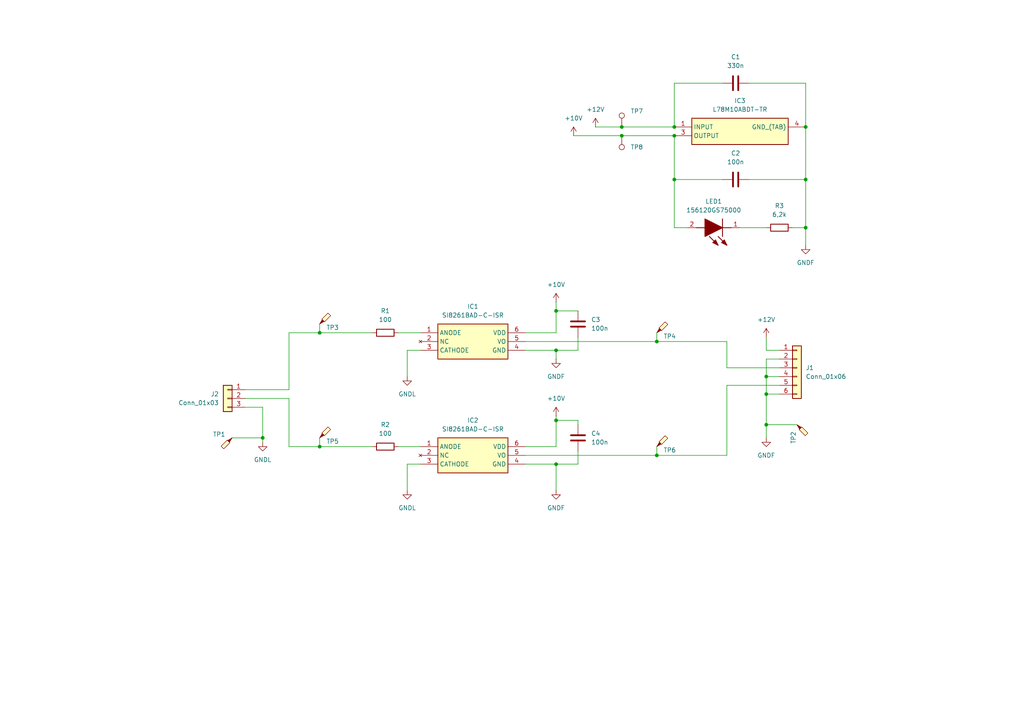
<source format=kicad_sch>
(kicad_sch (version 20231120) (generator "eeschema") (generator_version "8.0")
  (paper "A4")
  (lib_symbols
    (symbol "Connector:TestPoint" (pin_numbers hide) (pin_names (offset 0.762) hide)
      (property "Reference" "TP" (at 0 6.858 0))
      (property "Value" "TestPoint" (at 0 5.08 0))
      (symbol "TestPoint_0_1"
        (circle (center 0 3.302) (radius 0.762))
      )
      (symbol "TestPoint_1_1"
        (pin passive line (at 0 0 90) (length 2.54) (name "1") (number "1"))
      )
    )
    (symbol "Connector:TestPoint_Probe" (pin_numbers hide) (pin_names (offset 0.762) hide)
      (property "Reference" "TP" (at 1.651 5.842 0))
      (property "Value" "TestPoint_Probe" (at 1.651 4.064 0))
      (symbol "TestPoint_Probe_0_1"
        (polyline (pts (xy 1.27 0.762) (xy 0 0) (xy 0.762 1.27) (xy 1.27 0.762)) (fill (type outline)))
        (polyline (pts (xy 1.397 0.635) (xy 0.635 1.397) (xy 2.413 3.175) (xy 3.175 2.413) (xy 1.397 0.635)) (fill (type background)))
      )
      (symbol "TestPoint_Probe_1_1"
        (pin passive line (at 0 0 90) (length 0) (name "1") (number "1"))
      )
    )
    (symbol "Connector_Generic:Conn_01x03" (pin_names (offset 1.016) hide)
      (property "Reference" "J" (at 0 5.08 0))
      (property "Value" "Conn_01x03" (at 0 -5.08 0))
      (symbol "Conn_01x03_1_1"
        (rectangle (start -1.27 -2.413) (end 0 -2.667) (stroke (width 0.1524)))
        (rectangle (start -1.27 0.127) (end 0 -0.127) (stroke (width 0.1524)))
        (rectangle (start -1.27 2.667) (end 0 2.413) (stroke (width 0.1524)))
        (rectangle (start -1.27 3.81) (end 1.27 -3.81) (stroke (width 0.254)) (fill (type background)))
        (pin passive line (at -5.08 2.54 0) (length 3.81) (name "Pin_1") (number "1"))
        (pin passive line (at -5.08 0 0) (length 3.81) (name "Pin_2") (number "2"))
        (pin passive line (at -5.08 -2.54 0) (length 3.81) (name "Pin_3") (number "3"))
      )
    )
    (symbol "Connector_Generic:Conn_01x06" (pin_names (offset 1.016) hide)
      (property "Reference" "J" (at 0 7.62 0))
      (property "Value" "Conn_01x06" (at 0 -10.16 0))
      (symbol "Conn_01x06_1_1"
        (rectangle (start -1.27 -7.493) (end 0 -7.747) (stroke (width 0.1524)))
        (rectangle (start -1.27 -4.953) (end 0 -5.207) (stroke (width 0.1524)))
        (rectangle (start -1.27 -2.413) (end 0 -2.667) (stroke (width 0.1524)))
        (rectangle (start -1.27 0.127) (end 0 -0.127) (stroke (width 0.1524)))
        (rectangle (start -1.27 2.667) (end 0 2.413) (stroke (width 0.1524)))
        (rectangle (start -1.27 5.207) (end 0 4.953) (stroke (width 0.1524)))
        (rectangle (start -1.27 6.35) (end 1.27 -8.89) (stroke (width 0.254)) (fill (type background)))
        (pin passive line (at -5.08 5.08 0) (length 3.81) (name "Pin_1") (number "1"))
        (pin passive line (at -5.08 2.54 0) (length 3.81) (name "Pin_2") (number "2"))
        (pin passive line (at -5.08 0 0) (length 3.81) (name "Pin_3") (number "3"))
        (pin passive line (at -5.08 -2.54 0) (length 3.81) (name "Pin_4") (number "4"))
        (pin passive line (at -5.08 -5.08 0) (length 3.81) (name "Pin_5") (number "5"))
        (pin passive line (at -5.08 -7.62 0) (length 3.81) (name "Pin_6") (number "6"))
      )
    )
    (symbol "Device:C" (pin_numbers hide) (pin_names (offset 0.254))
      (property "Reference" "C" (at 0.635 2.54 0))
      (property "Value" "C" (at 0.635 -2.54 0))
      (symbol "C_0_1"
        (polyline (pts (xy -2.032 -0.762) (xy 2.032 -0.762)) (stroke (width 0.508)))
        (polyline (pts (xy -2.032 0.762) (xy 2.032 0.762)) (stroke (width 0.508)))
      )
      (symbol "C_1_1"
        (pin passive line (at 0 3.81 270) (length 2.794) (name "~") (number "1"))
        (pin passive line (at 0 -3.81 90) (length 2.794) (name "~") (number "2"))
      )
    )
    (symbol "Device:R" (pin_numbers hide) (pin_names (offset 0))
      (property "Reference" "R" (at 2.032 0 90))
      (property "Value" "R" (at 0 0 90))
      (symbol "R_0_1"
        (rectangle (start -1.016 -2.54) (end 1.016 2.54) (stroke (width 0.254)))
      )
      (symbol "R_1_1"
        (pin passive line (at 0 3.81 270) (length 1.27) (name "~") (number "1"))
        (pin passive line (at 0 -3.81 90) (length 1.27) (name "~") (number "2"))
      )
    )
    (symbol "SamacSys_Parts:156120GS75000" (pin_names hide)
      (property "Reference" "LED" (at 12.7 8.89 0))
      (property "Value" "156120GS75000" (at 12.7 6.35 0))
      (symbol "156120GS75000_1_1"
        (polyline (pts (xy 2.54 0) (xy 5.08 0)) (stroke (width 0.254)))
        (polyline (pts (xy 5.08 2.54) (xy 5.08 -2.54)) (stroke (width 0.254)))
        (polyline (pts (xy 6.35 2.54) (xy 3.81 5.08)) (stroke (width 0.254)))
        (polyline (pts (xy 8.89 2.54) (xy 6.35 5.08)) (stroke (width 0.254)))
        (polyline (pts (xy 10.16 0) (xy 12.7 0)) (stroke (width 0.254)))
        (polyline (pts (xy 5.08 0) (xy 10.16 2.54) (xy 10.16 -2.54) (xy 5.08 0)) (stroke (width 0.254)) (fill (type outline)))
        (polyline (pts (xy 5.334 4.318) (xy 4.572 3.556) (xy 3.81 5.08) (xy 5.334 4.318)) (stroke (width 0.254)) (fill (type outline)))
        (polyline (pts (xy 7.874 4.318) (xy 7.112 3.556) (xy 6.35 5.08) (xy 7.874 4.318)) (stroke (width 0.254)) (fill (type outline)))
        (pin passive line (at 0 0 0) (length 2.54) (name "K") (number "1"))
        (pin passive line (at 15.24 0 180) (length 2.54) (name "A") (number "2"))
      )
    )
    (symbol "SamacSys_Parts:L78M10ABDT-TR"
      (property "Reference" "IC" (at 34.29 7.62 0))
      (property "Value" "L78M10ABDT-TR" (at 34.29 5.08 0))
      (symbol "L78M10ABDT-TR_1_1"
        (rectangle (start 5.08 2.54) (end 33.02 -5.08) (stroke (width 0.254)) (fill (type background)))
        (pin output line (at 0 0 0) (length 5.08) (name "INPUT") (number "1"))
        (pin power_in line (at 0 -2.54 0) (length 5.08) (name "OUTPUT") (number "3"))
        (pin input line (at 38.1 0 180) (length 5.08) (name "GND_(TAB)") (number "4"))
      )
    )
    (symbol "SamacSys_Parts:SI8261BAD-C-ISR"
      (property "Reference" "IC" (at 26.67 7.62 0))
      (property "Value" "SI8261BAD-C-ISR" (at 26.67 5.08 0))
      (symbol "SI8261BAD-C-ISR_1_1"
        (rectangle (start 5.08 2.54) (end 25.4 -7.62) (stroke (width 0.254)) (fill (type background)))
        (pin passive line (at 0 0 0) (length 5.08) (name "ANODE") (number "1"))
        (pin no_connect line (at 0 -2.54 0) (length 5.08) (name "NC") (number "2"))
        (pin passive line (at 0 -5.08 0) (length 5.08) (name "CATHODE") (number "3"))
        (pin passive line (at 30.48 -5.08 180) (length 5.08) (name "GND") (number "4"))
        (pin passive line (at 30.48 -2.54 180) (length 5.08) (name "VO") (number "5"))
        (pin passive line (at 30.48 0 180) (length 5.08) (name "VDD") (number "6"))
      )
    )
    (symbol "power:+10V" (power) (pin_numbers hide) (pin_names (offset 0) hide)
      (property "Value" "+10V" (at 0 3.556 0))
      (symbol "+10V_0_1"
        (polyline (pts (xy -0.762 1.27) (xy 0 2.54)))
        (polyline (pts (xy 0 0) (xy 0 2.54)))
        (polyline (pts (xy 0 2.54) (xy 0.762 1.27)))
      )
      (symbol "+10V_1_1"
        (pin power_in line (at 0 0 90) (length 0) (name "~") (number "1"))
      )
    )
    (symbol "power:GND" (power) (pin_numbers hide) (pin_names (offset 0) hide)
      (property "Value" "GND" (at 0 -3.81 0))
      (symbol "GND_0_1"
        (polyline (pts (xy 0 0) (xy 0 -1.27) (xy 1.27 -1.27) (xy 0 -2.54) (xy -1.27 -1.27) (xy 0 -1.27)))
      )
      (symbol "GND_1_1"
        (pin power_in line (at 0 0 270) (length 0) (name "~") (number "1"))
      )
    )
  )
  (junction (at 180.34 36.83))
  (junction (at 195.58 39.37))
  (junction (at 195.58 52.07))
  (junction (at 222.25 123.19))
  (junction (at 76.2 127))
  (junction (at 92.71 96.52))
  (junction (at 180.34 39.37))
  (junction (at 222.25 109.22))
  (junction (at 92.71 129.54))
  (junction (at 161.29 121.92))
  (junction (at 233.68 36.83))
  (junction (at 195.58 36.83))
  (junction (at 161.29 90.17))
  (junction (at 233.68 52.07))
  (junction (at 190.5 132.08))
  (junction (at 161.29 101.6))
  (junction (at 161.29 134.62))
  (junction (at 190.5 99.06))
  (junction (at 233.68 66.04))
  (junction (at 222.25 114.3))
  (wire (pts (xy 180.34 36.83) (xy 195.58 36.83)))
  (wire (pts (xy 161.29 129.54) (xy 161.29 121.92)))
  (wire (pts (xy 199.39 66.04) (xy 195.58 66.04)))
  (wire (pts (xy 161.29 90.17) (xy 161.29 87.63)))
  (wire (pts (xy 233.68 66.04) (xy 233.68 71.12)))
  (wire (pts (xy 76.2 118.11) (xy 76.2 127)))
  (wire (pts (xy 222.25 114.3) (xy 226.06 114.3)))
  (wire (pts (xy 92.71 129.54) (xy 107.95 129.54)))
  (wire (pts (xy 190.5 99.06) (xy 210.82 99.06)))
  (wire (pts (xy 167.64 97.79) (xy 167.64 101.6)))
  (wire (pts (xy 195.58 52.07) (xy 209.55 52.07)))
  (wire (pts (xy 222.25 104.14) (xy 222.25 109.22)))
  (wire (pts (xy 71.12 113.03) (xy 83.82 113.03)))
  (wire (pts (xy 226.06 101.6) (xy 222.25 101.6)))
  (wire (pts (xy 214.63 66.04) (xy 222.25 66.04)))
  (wire (pts (xy 226.06 109.22) (xy 222.25 109.22)))
  (wire (pts (xy 92.71 93.98) (xy 92.71 96.52)))
  (wire (pts (xy 152.4 132.08) (xy 190.5 132.08)))
  (wire (pts (xy 118.11 134.62) (xy 121.92 134.62)))
  (wire (pts (xy 118.11 109.22) (xy 118.11 101.6)))
  (wire (pts (xy 115.57 96.52) (xy 121.92 96.52)))
  (wire (pts (xy 118.11 101.6) (xy 121.92 101.6)))
  (wire (pts (xy 229.87 66.04) (xy 233.68 66.04)))
  (wire (pts (xy 167.64 130.81) (xy 167.64 134.62)))
  (wire (pts (xy 161.29 142.24) (xy 161.29 134.62)))
  (wire (pts (xy 83.82 129.54) (xy 83.82 115.57)))
  (wire (pts (xy 190.5 96.52) (xy 190.5 99.06)))
  (wire (pts (xy 92.71 127) (xy 92.71 129.54)))
  (wire (pts (xy 71.12 118.11) (xy 76.2 118.11)))
  (wire (pts (xy 226.06 104.14) (xy 222.25 104.14)))
  (wire (pts (xy 161.29 104.14) (xy 161.29 101.6)))
  (wire (pts (xy 76.2 127) (xy 76.2 128.27)))
  (wire (pts (xy 222.25 123.19) (xy 222.25 114.3)))
  (wire (pts (xy 210.82 132.08) (xy 210.82 111.76)))
  (wire (pts (xy 217.17 24.13) (xy 233.68 24.13)))
  (wire (pts (xy 195.58 24.13) (xy 195.58 36.83)))
  (wire (pts (xy 233.68 24.13) (xy 233.68 36.83)))
  (wire (pts (xy 83.82 115.57) (xy 71.12 115.57)))
  (wire (pts (xy 118.11 142.24) (xy 118.11 134.62)))
  (wire (pts (xy 180.34 39.37) (xy 195.58 39.37)))
  (wire (pts (xy 167.64 134.62) (xy 161.29 134.62)))
  (wire (pts (xy 222.25 123.19) (xy 231.14 123.19)))
  (wire (pts (xy 172.72 36.83) (xy 180.34 36.83)))
  (wire (pts (xy 161.29 96.52) (xy 161.29 90.17)))
  (wire (pts (xy 222.25 101.6) (xy 222.25 97.79)))
  (wire (pts (xy 152.4 99.06) (xy 190.5 99.06)))
  (wire (pts (xy 161.29 121.92) (xy 161.29 120.65)))
  (wire (pts (xy 166.37 39.37) (xy 180.34 39.37)))
  (wire (pts (xy 210.82 106.68) (xy 226.06 106.68)))
  (wire (pts (xy 83.82 96.52) (xy 92.71 96.52)))
  (wire (pts (xy 217.17 52.07) (xy 233.68 52.07)))
  (wire (pts (xy 210.82 99.06) (xy 210.82 106.68)))
  (wire (pts (xy 190.5 129.54) (xy 190.5 132.08)))
  (wire (pts (xy 195.58 39.37) (xy 195.58 52.07)))
  (wire (pts (xy 167.64 101.6) (xy 161.29 101.6)))
  (wire (pts (xy 152.4 134.62) (xy 161.29 134.62)))
  (wire (pts (xy 161.29 90.17) (xy 167.64 90.17)))
  (wire (pts (xy 115.57 129.54) (xy 121.92 129.54)))
  (wire (pts (xy 167.64 121.92) (xy 161.29 121.92)))
  (wire (pts (xy 152.4 129.54) (xy 161.29 129.54)))
  (wire (pts (xy 83.82 129.54) (xy 92.71 129.54)))
  (wire (pts (xy 152.4 96.52) (xy 161.29 96.52)))
  (wire (pts (xy 209.55 24.13) (xy 195.58 24.13)))
  (wire (pts (xy 210.82 111.76) (xy 226.06 111.76)))
  (wire (pts (xy 222.25 109.22) (xy 222.25 114.3)))
  (wire (pts (xy 92.71 96.52) (xy 107.95 96.52)))
  (wire (pts (xy 167.64 123.19) (xy 167.64 121.92)))
  (wire (pts (xy 190.5 132.08) (xy 210.82 132.08)))
  (wire (pts (xy 161.29 101.6) (xy 152.4 101.6)))
  (wire (pts (xy 233.68 66.04) (xy 233.68 52.07)))
  (wire (pts (xy 67.31 127) (xy 76.2 127)))
  (wire (pts (xy 83.82 113.03) (xy 83.82 96.52)))
  (wire (pts (xy 195.58 66.04) (xy 195.58 52.07)))
  (wire (pts (xy 222.25 127) (xy 222.25 123.19)))
  (wire (pts (xy 233.68 52.07) (xy 233.68 36.83)))
  (symbol (lib_id "power:GND") (at 161.29 104.14 0) (unit 1)
    (property "Reference" "#PWR02" (effects (hide yes)))
    (property "Value" "GNDF" (at 161.29 109.22 0))
    (property "Description" "Power symbol creates a global label with name \"GND\" , ground" (effects (hide yes)))
  )
  (symbol (lib_id "power:GND") (at 76.2 128.27 0) (unit 1)
    (property "Reference" "#PWR012" (effects (hide yes)))
    (property "Value" "GNDL" (at 76.2 133.35 0))
    (property "Description" "Power symbol creates a global label with name \"GND\" , ground" (effects (hide yes)))
  )
  (symbol (lib_id "Connector:TestPoint_Probe") (at 92.71 93.98 0) (unit 1)
    (property "Reference" "TP3" (at 98.298 94.996 0) (effects (justify right)))
    (property "Value" "TestPoint_Probe" (effects (hide yes)))
    (property "Footprint" "TestPoint:TestPoint_Keystone_5000-5004_Miniature" (effects (hide yes)))
    (property "Description" "test point (alternative probe-style design)" (effects (hide yes)))
    (property "Manufacturer_Name" "Keystone Electronics " (effects (hide yes)))
    (property "Manufacturer_Part_Number" "5001 " (effects (hide yes)))
    (property "Mouser Part Number" "534-5001 " (effects (hide yes)))
  )
  (symbol (lib_id "power:+10V") (at 222.25 97.79 0) (unit 1)
    (property "Reference" "#PWR09" (effects (hide yes)))
    (property "Value" "+12V" (at 222.25 92.71 0))
    (property "Description" "Power symbol creates a global label with name \"+10V\"" (effects (hide yes)))
  )
  (symbol (lib_id "Connector:TestPoint_Probe") (at 67.31 127 180) (unit 1)
    (property "Reference" "TP1" (at 61.722 125.984 0) (effects (justify right)))
    (property "Value" "TestPoint_Probe" (effects (hide yes)))
    (property "Footprint" "TestPoint:TestPoint_Keystone_5000-5004_Miniature" (effects (hide yes)))
    (property "Description" "test point (alternative probe-style design)" (effects (hide yes)))
    (property "Manufacturer_Name" "Keystone Electronics " (effects (hide yes)))
    (property "Manufacturer_Part_Number" "5001 " (effects (hide yes)))
    (property "Mouser Part Number" "534-5001 " (effects (hide yes)))
  )
  (symbol (lib_id "SamacSys_Parts:L78M10ABDT-TR") (at 195.58 36.83 0) (unit 1)
    (property "Reference" "IC3" (at 214.63 29.21 0))
    (property "Value" "L78M10ABDT-TR" (at 214.63 31.75 0))
    (property "Footprint" "SamacSys_Parts:TO228P972X240-3N" (effects (hide yes)))
    (property "Datasheet" "http://www.st.com/web/en/resource/technical/document/datasheet/CD00000447.pdf" (effects (hide yes)))
    (property "Description" "Voltage Regulator 10V 0.5A DPAK STMicroelectronics L78M10ABDT-TR, Single Linear Voltage Regulator, 500mA 10 V, +/-2%, 3-Pin DPAK" (effects (hide yes)))
    (property "Height" "2.4" (effects (hide yes)))
    (property "Mouser Part Number" "511-L78M10ABDT-TR" (effects (hide yes)))
    (property "Mouser Price/Stock" "https://www.mouser.co.uk/ProductDetail/STMicroelectronics/L78M10ABDT-TR?qs=22WmWNTp1rr9tcUfF7JLAg%3D%3D" (effects (hide yes)))
    (property "Manufacturer_Name" "STMicroelectronics" (effects (hide yes)))
    (property "Manufacturer_Part_Number" "L78M10ABDT-TR" (effects (hide yes)))
  )
  (symbol (lib_id "power:+10V") (at 166.37 39.37 0) (unit 1)
    (property "Reference" "#PWR07" (effects (hide yes)))
    (property "Value" "+10V" (at 166.37 34.29 0))
    (property "Description" "Power symbol creates a global label with name \"+10V\"" (effects (hide yes)))
  )
  (symbol (lib_id "Device:R") (at 111.76 96.52 90) (unit 1)
    (property "Reference" "R1" (at 111.76 90.17 90))
    (property "Value" "100" (at 111.76 92.71 90))
    (property "Footprint" "Resistor_SMD:R_1206_3216Metric" (effects (hide yes)))
    (property "Description" "Resistor" (effects (hide yes)))
    (property "Manufacturer_Name" "YAGEO " (effects (hide yes)))
    (property "Manufacturer_Part_Number" "AC1206FR-07100RL " (effects (hide yes)))
    (property "Mouser Part Number" "603-AC1206FR-07100RL " (effects (hide yes)))
  )
  (symbol (lib_id "SamacSys_Parts:156120GS75000") (at 214.63 66.04 180) (unit 1)
    (property "Reference" "LED1" (at 207.01 58.42 0))
    (property "Value" "156120GS75000" (at 207.01 60.96 0))
    (property "Footprint" "SamacSys_Parts:156120GS75000" (effects (hide yes)))
    (property "Datasheet" "https://www.we-online.com/katalog/datasheet/156120GS75000.pdf" (effects (hide yes)))
    (property "Description" "WURTH ELEKTRONIK - 156120GS75000 - LED, Reverse Mount, Rectangular, Green, SMD, 25 mA, 3.3 V, 525 nm" (effects (hide yes)))
    (property "Height" "1.3" (effects (hide yes)))
    (property "Mouser Part Number" "710-156120GS75000" (effects (hide yes)))
    (property "Mouser Price/Stock" "https://www.mouser.co.uk/ProductDetail/Wurth-Elektronik/156120GS75000?qs=LlUlMxKIyB2C7it69rl%252BWQ%3D%3D" (effects (hide yes)))
    (property "Manufacturer_Name" "Wurth Elektronik" (effects (hide yes)))
    (property "Manufacturer_Part_Number" "156120GS75000" (effects (hide yes)))
  )
  (symbol (lib_id "Connector:TestPoint") (at 180.34 39.37 180) (unit 1)
    (property "Reference" "TP8" (at 182.88 42.6719 0) (effects (justify right)))
    (property "Value" "TestPoint" (effects (hide yes)))
    (property "Footprint" "TestPoint:TestPoint_Pad_D2.0mm" (effects (hide yes)))
    (property "Description" "test point" (effects (hide yes)))
  )
  (symbol (lib_id "Device:R") (at 226.06 66.04 90) (unit 1)
    (property "Reference" "R3" (at 226.06 59.69 90))
    (property "Value" "6,2k" (at 226.06 62.23 90))
    (property "Footprint" "Resistor_SMD:R_1206_3216Metric" (effects (hide yes)))
    (property "Description" "Resistor" (effects (hide yes)))
    (property "Manufacturer_Name" "YAGEO " (effects (hide yes)))
    (property "Manufacturer_Part_Number" "AC1206FR-076K2L " (effects (hide yes)))
    (property "Mouser Part Number" "603-AC1206FR-076K2L " (effects (hide yes)))
  )
  (symbol (lib_id "Connector_Generic:Conn_01x03") (at 66.04 115.57 0) (mirror y) (unit 1)
    (property "Reference" "J2" (at 63.5 114.2999 0) (effects (justify left)))
    (property "Value" "Conn_01x03" (at 63.5 116.8399 0) (effects (justify left)))
    (property "Footprint" "Connector_PinHeader_2.54mm:PinHeader_1x03_P2.54mm_Vertical" (effects (hide yes)))
    (property "Description" "Generic connector, single row, 01x03, script generated (kicad-library-utils/schlib/autogen/connector/)" (effects (hide yes)))
  )
  (symbol (lib_id "Device:R") (at 111.76 129.54 90) (unit 1)
    (property "Reference" "R2" (at 111.76 123.19 90))
    (property "Value" "100" (at 111.76 125.73 90))
    (property "Footprint" "Resistor_SMD:R_1206_3216Metric" (effects (hide yes)))
    (property "Description" "Resistor" (effects (hide yes)))
    (property "Manufacturer_Name" "YAGEO " (effects (hide yes)))
    (property "Manufacturer_Part_Number" "AC1206FR-07100RL " (effects (hide yes)))
    (property "Mouser Part Number" "603-AC1206FR-07100RL " (effects (hide yes)))
  )
  (symbol (lib_id "Device:C") (at 167.64 93.98 180) (unit 1)
    (property "Reference" "C3" (at 171.45 92.7099 0) (effects (justify right)))
    (property "Value" "100n" (at 171.45 95.2499 0) (effects (justify right)))
    (property "Footprint" "Capacitor_SMD:C_1206_3216Metric" (effects (hide yes)))
    (property "Description" "Unpolarized capacitor" (effects (hide yes)))
    (property "Manufacturer_Name" "Murata Electronics " (effects (hide yes)))
    (property "Manufacturer_Part_Number" "GRM3195C2A104JA01D " (effects (hide yes)))
    (property "Mouser Part Number" "81-GRM3195C2A104JA1D " (effects (hide yes)))
  )
  (symbol (lib_id "power:GND") (at 161.29 142.24 0) (unit 1)
    (property "Reference" "#PWR06" (effects (hide yes)))
    (property "Value" "GNDF" (at 161.29 147.32 0))
    (property "Description" "Power symbol creates a global label with name \"GND\" , ground" (effects (hide yes)))
  )
  (symbol (lib_id "Device:C") (at 213.36 24.13 90) (unit 1)
    (property "Reference" "C1" (at 213.36 16.51 90))
    (property "Value" "330n" (at 213.36 19.05 90))
    (property "Footprint" "Capacitor_SMD:C_1206_3216Metric" (effects (hide yes)))
    (property "Description" "Unpolarized capacitor" (effects (hide yes)))
    (property "Manufacturer_Name" "KEMET " (effects (hide yes)))
    (property "Manufacturer_Part_Number" "C1206X334J1RECAUTO " (effects (hide yes)))
    (property "Mouser Part Number" "80-C1206X334J1RECAUT " (effects (hide yes)))
  )
  (symbol (lib_id "Connector:TestPoint_Probe") (at 92.71 127 0) (unit 1)
    (property "Reference" "TP5" (at 98.298 128.016 0) (effects (justify right)))
    (property "Value" "TestPoint_Probe" (effects (hide yes)))
    (property "Footprint" "TestPoint:TestPoint_Keystone_5000-5004_Miniature" (effects (hide yes)))
    (property "Description" "test point (alternative probe-style design)" (effects (hide yes)))
    (property "Manufacturer_Name" "Keystone Electronics " (effects (hide yes)))
    (property "Manufacturer_Part_Number" "5001 " (effects (hide yes)))
    (property "Mouser Part Number" "534-5001 " (effects (hide yes)))
  )
  (symbol (lib_id "Connector:TestPoint_Probe") (at 190.5 129.54 0) (unit 1)
    (property "Reference" "TP6" (at 196.088 130.556 0) (effects (justify right)))
    (property "Value" "TestPoint_Probe" (effects (hide yes)))
    (property "Footprint" "TestPoint:TestPoint_Keystone_5000-5004_Miniature" (effects (hide yes)))
    (property "Description" "test point (alternative probe-style design)" (effects (hide yes)))
    (property "Manufacturer_Name" "Keystone Electronics " (effects (hide yes)))
    (property "Manufacturer_Part_Number" "5001 " (effects (hide yes)))
    (property "Mouser Part Number" "534-5001 " (effects (hide yes)))
  )
  (symbol (lib_id "power:GND") (at 118.11 109.22 0) (unit 1)
    (property "Reference" "#PWR03" (effects (hide yes)))
    (property "Value" "GNDL" (at 118.11 114.3 0))
    (property "Description" "Power symbol creates a global label with name \"GND\" , ground" (effects (hide yes)))
  )
  (symbol (lib_id "power:GND") (at 118.11 142.24 0) (unit 1)
    (property "Reference" "#PWR011" (effects (hide yes)))
    (property "Value" "GNDL" (at 118.11 147.32 0))
    (property "Description" "Power symbol creates a global label with name \"GND\" , ground" (effects (hide yes)))
  )
  (symbol (lib_id "Connector:TestPoint_Probe") (at 231.14 123.19 270) (unit 1)
    (property "Reference" "TP2" (at 230.124 128.778 0) (effects (justify right)))
    (property "Value" "TestPoint_Probe" (effects (hide yes)))
    (property "Footprint" "TestPoint:TestPoint_Keystone_5000-5004_Miniature" (effects (hide yes)))
    (property "Description" "test point (alternative probe-style design)" (effects (hide yes)))
    (property "Manufacturer_Name" "Keystone Electronics " (effects (hide yes)))
    (property "Manufacturer_Part_Number" "5001 " (effects (hide yes)))
    (property "Mouser Part Number" "534-5001 " (effects (hide yes)))
  )
  (symbol (lib_id "Connector:TestPoint_Probe") (at 190.5 96.52 0) (unit 1)
    (property "Reference" "TP4" (at 196.088 97.536 0) (effects (justify right)))
    (property "Value" "TestPoint_Probe" (effects (hide yes)))
    (property "Footprint" "TestPoint:TestPoint_Keystone_5000-5004_Miniature" (effects (hide yes)))
    (property "Description" "test point (alternative probe-style design)" (effects (hide yes)))
    (property "Manufacturer_Name" "Keystone Electronics " (effects (hide yes)))
    (property "Manufacturer_Part_Number" "5001 " (effects (hide yes)))
    (property "Mouser Part Number" "534-5001 " (effects (hide yes)))
  )
  (symbol (lib_id "Device:C") (at 213.36 52.07 90) (unit 1)
    (property "Reference" "C2" (at 213.36 44.45 90))
    (property "Value" "100n" (at 213.36 46.99 90))
    (property "Footprint" "Capacitor_SMD:C_1206_3216Metric" (effects (hide yes)))
    (property "Description" "Unpolarized capacitor" (effects (hide yes)))
    (property "Manufacturer_Name" "Murata Electronics " (effects (hide yes)))
    (property "Manufacturer_Part_Number" "GRM3195C2A104JA01D " (effects (hide yes)))
    (property "Mouser Part Number" "81-GRM3195C2A104JA1D " (effects (hide yes)))
  )
  (symbol (lib_id "power:+10V") (at 172.72 36.83 0) (unit 1)
    (property "Reference" "#PWR08" (effects (hide yes)))
    (property "Value" "+12V" (at 172.72 31.75 0))
    (property "Description" "Power symbol creates a global label with name \"+10V\"" (effects (hide yes)))
  )
  (symbol (lib_id "power:GND") (at 222.25 127 0) (unit 1)
    (property "Reference" "#PWR04" (effects (hide yes)))
    (property "Value" "GNDF" (at 222.25 132.08 0))
    (property "Description" "Power symbol creates a global label with name \"GND\" , ground" (effects (hide yes)))
  )
  (symbol (lib_id "SamacSys_Parts:SI8261BAD-C-ISR") (at 121.92 96.52 0) (unit 1)
    (property "Reference" "IC1" (at 137.16 88.9 0))
    (property "Value" "SI8261BAD-C-ISR" (at 137.16 91.44 0))
    (property "Footprint" "SamacSys_Parts:SOIC127P1150X265-6N" (effects (hide yes)))
    (property "Datasheet" "https://www.mouser.de/datasheet/2/472/Si826x-2507538.pdf" (effects (hide yes)))
    (property "Description" "60 ns propagation delay, independent of input drive current" (effects (hide yes)))
    (property "Height" "2.65" (effects (hide yes)))
    (property "Mouser Part Number" "634-SI8261BAD-C-ISR" (effects (hide yes)))
    (property "Mouser Price/Stock" "https://www.mouser.co.uk/ProductDetail/Skyworks-Solutions-Inc/SI8261BAD-C-ISR?qs=j6MGy4L9yX3xr%252BocfzEaNQ%3D%3D" (effects (hide yes)))
    (property "Manufacturer_Name" "Skyworks" (effects (hide yes)))
    (property "Manufacturer_Part_Number" "SI8261BAD-C-ISR" (effects (hide yes)))
  )
  (symbol (lib_id "Device:C") (at 167.64 127 180) (unit 1)
    (property "Reference" "C4" (at 171.45 125.7299 0) (effects (justify right)))
    (property "Value" "100n" (at 171.45 128.2699 0) (effects (justify right)))
    (property "Footprint" "Capacitor_SMD:C_1206_3216Metric" (effects (hide yes)))
    (property "Description" "Unpolarized capacitor" (effects (hide yes)))
    (property "Manufacturer_Name" "Murata Electronics " (effects (hide yes)))
    (property "Manufacturer_Part_Number" "GRM3195C2A104JA01D " (effects (hide yes)))
    (property "Mouser Part Number" "81-GRM3195C2A104JA1D " (effects (hide yes)))
  )
  (symbol (lib_id "Connector_Generic:Conn_01x06") (at 231.14 106.68 0) (unit 1)
    (property "Reference" "J1" (at 233.68 106.6799 0) (effects (justify left)))
    (property "Value" "Conn_01x06" (at 233.68 109.2199 0) (effects (justify left)))
    (property "Footprint" "Connector_PinHeader_2.54mm:PinHeader_1x06_P2.54mm_Vertical" (effects (hide yes)))
    (property "Description" "Generic connector, single row, 01x06, script generated (kicad-library-utils/schlib/autogen/connector/)" (effects (hide yes)))
  )
  (symbol (lib_id "Connector:TestPoint") (at 180.34 36.83 0) (unit 1)
    (property "Reference" "TP7" (at 182.88 32.2579 0) (effects (justify left)))
    (property "Value" "TestPoint" (effects (hide yes)))
    (property "Footprint" "TestPoint:TestPoint_Pad_D2.0mm" (effects (hide yes)))
    (property "Description" "test point" (effects (hide yes)))
  )
  (symbol (lib_id "SamacSys_Parts:SI8261BAD-C-ISR") (at 121.92 129.54 0) (unit 1)
    (property "Reference" "IC2" (at 137.16 121.92 0))
    (property "Value" "SI8261BAD-C-ISR" (at 137.16 124.46 0))
    (property "Footprint" "SamacSys_Parts:SOIC127P1150X265-6N" (effects (hide yes)))
    (property "Datasheet" "https://www.mouser.de/datasheet/2/472/Si826x-2507538.pdf" (effects (hide yes)))
    (property "Description" "60 ns propagation delay, independent of input drive current" (effects (hide yes)))
    (property "Height" "2.65" (effects (hide yes)))
    (property "Mouser Part Number" "634-SI8261BAD-C-ISR" (effects (hide yes)))
    (property "Mouser Price/Stock" "https://www.mouser.co.uk/ProductDetail/Skyworks-Solutions-Inc/SI8261BAD-C-ISR?qs=j6MGy4L9yX3xr%252BocfzEaNQ%3D%3D" (effects (hide yes)))
    (property "Manufacturer_Name" "Skyworks" (effects (hide yes)))
    (property "Manufacturer_Part_Number" "SI8261BAD-C-ISR" (effects (hide yes)))
  )
  (symbol (lib_id "power:+10V") (at 161.29 120.65 0) (unit 1)
    (property "Reference" "#PWR05" (effects (hide yes)))
    (property "Value" "+10V" (at 161.29 115.57 0))
    (property "Description" "Power symbol creates a global label with name \"+10V\"" (effects (hide yes)))
  )
  (symbol (lib_id "power:+10V") (at 161.29 87.63 0) (unit 1)
    (property "Reference" "#PWR01" (effects (hide yes)))
    (property "Value" "+10V" (at 161.29 82.55 0))
    (property "Description" "Power symbol creates a global label with name \"+10V\"" (effects (hide yes)))
  )
  (symbol (lib_id "power:GND") (at 233.68 71.12 0) (unit 1)
    (property "Reference" "#PWR010" (effects (hide yes)))
    (property "Value" "GNDF" (at 233.68 76.2 0))
    (property "Description" "Power symbol creates a global label with name \"GND\" , ground" (effects (hide yes)))
  )
)
</source>
